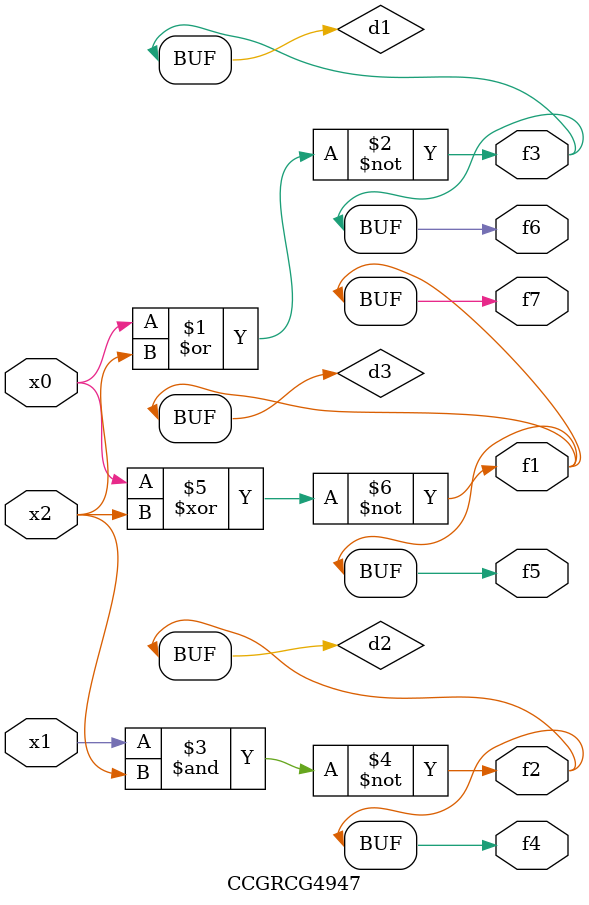
<source format=v>
module CCGRCG4947(
	input x0, x1, x2,
	output f1, f2, f3, f4, f5, f6, f7
);

	wire d1, d2, d3;

	nor (d1, x0, x2);
	nand (d2, x1, x2);
	xnor (d3, x0, x2);
	assign f1 = d3;
	assign f2 = d2;
	assign f3 = d1;
	assign f4 = d2;
	assign f5 = d3;
	assign f6 = d1;
	assign f7 = d3;
endmodule

</source>
